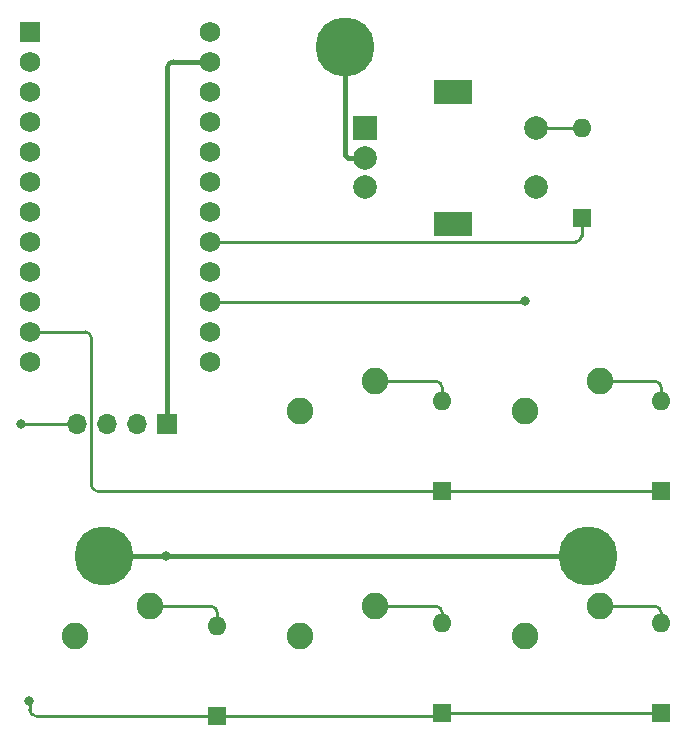
<source format=gbr>
%TF.GenerationSoftware,KiCad,Pcbnew,(6.0.0-rc1-291-g863699f2d1)*%
%TF.CreationDate,2021-12-02T17:31:09-06:00*%
%TF.ProjectId,Kinetic.Pad,4b696e65-7469-4632-9e50-61642e6b6963,rev?*%
%TF.SameCoordinates,Original*%
%TF.FileFunction,Copper,L2,Bot*%
%TF.FilePolarity,Positive*%
%FSLAX46Y46*%
G04 Gerber Fmt 4.6, Leading zero omitted, Abs format (unit mm)*
G04 Created by KiCad (PCBNEW (6.0.0-rc1-291-g863699f2d1)) date 2021-12-02 17:31:09*
%MOMM*%
%LPD*%
G01*
G04 APERTURE LIST*
%TA.AperFunction,ComponentPad*%
%ADD10C,2.250000*%
%TD*%
%TA.AperFunction,WasherPad*%
%ADD11R,3.200000X2.000000*%
%TD*%
%TA.AperFunction,ComponentPad*%
%ADD12R,2.000000X2.000000*%
%TD*%
%TA.AperFunction,ComponentPad*%
%ADD13C,2.000000*%
%TD*%
%TA.AperFunction,ComponentPad*%
%ADD14R,1.700000X1.700000*%
%TD*%
%TA.AperFunction,ComponentPad*%
%ADD15O,1.700000X1.700000*%
%TD*%
%TA.AperFunction,ComponentPad*%
%ADD16R,1.752600X1.752600*%
%TD*%
%TA.AperFunction,ComponentPad*%
%ADD17C,1.752600*%
%TD*%
%TA.AperFunction,ComponentPad*%
%ADD18C,5.000000*%
%TD*%
%TA.AperFunction,ComponentPad*%
%ADD19R,1.600000X1.600000*%
%TD*%
%TA.AperFunction,ComponentPad*%
%ADD20O,1.600000X1.600000*%
%TD*%
%TA.AperFunction,ViaPad*%
%ADD21C,0.800000*%
%TD*%
%TA.AperFunction,Conductor*%
%ADD22C,0.250000*%
%TD*%
%TA.AperFunction,Conductor*%
%ADD23C,0.381000*%
%TD*%
G04 APERTURE END LIST*
D10*
%TO.P,MX3,1,COL*%
%TO.N,C2*%
X233680000Y-73660000D03*
%TO.P,MX3,2,ROW*%
%TO.N,Net-(D6-Pad2)*%
X240030000Y-71120000D03*
%TD*%
%TO.P,MX4,1,COL*%
%TO.N,C3*%
X252730000Y-54610000D03*
%TO.P,MX4,2,ROW*%
%TO.N,Net-(D8-Pad2)*%
X259080000Y-52070000D03*
%TD*%
D11*
%TO.P,SW1,*%
%TO.N,*%
X246684800Y-38747000D03*
X246684800Y-27547000D03*
D12*
%TO.P,SW1,A,A*%
%TO.N,A*%
X239184800Y-30647000D03*
D13*
%TO.P,SW1,B,B*%
%TO.N,B*%
X239184800Y-35647000D03*
%TO.P,SW1,C,C*%
%TO.N,GND*%
X239184800Y-33147000D03*
%TO.P,SW1,S1,S1*%
%TO.N,C3*%
X253684800Y-35647000D03*
%TO.P,SW1,S2,S2*%
%TO.N,Net-(D7-Pad2)*%
X253684800Y-30647000D03*
%TD*%
D10*
%TO.P,MX2,1,COL*%
%TO.N,C2*%
X233680000Y-54610000D03*
%TO.P,MX2,2,ROW*%
%TO.N,Net-(D5-Pad2)*%
X240030000Y-52070000D03*
%TD*%
%TO.P,MX5,1,COL*%
%TO.N,C3*%
X252730000Y-73660000D03*
%TO.P,MX5,2,ROW*%
%TO.N,Net-(D9-Pad2)*%
X259080000Y-71120000D03*
%TD*%
D14*
%TO.P,OLED,1,GND*%
%TO.N,GND*%
X222473000Y-55677000D03*
D15*
%TO.P,OLED,2,VCC*%
%TO.N,+5V*%
X219933000Y-55677000D03*
%TO.P,OLED,3,SCL*%
%TO.N,SCL*%
X217393000Y-55677000D03*
%TO.P,OLED,4,SDA*%
%TO.N,SDA*%
X214853000Y-55677000D03*
%TD*%
D16*
%TO.P,U1,1,TX*%
%TO.N,unconnected-(U1-Pad1)*%
X210820000Y-22479000D03*
D17*
%TO.P,U1,2,RX*%
%TO.N,unconnected-(U1-Pad2)*%
X210820000Y-25019000D03*
%TO.P,U1,3,GND*%
%TO.N,GND*%
X210820000Y-27559000D03*
%TO.P,U1,4,GND*%
X210820000Y-30099000D03*
%TO.P,U1,5,SDA*%
%TO.N,SDA*%
X210820000Y-32639000D03*
%TO.P,U1,6,SCL*%
%TO.N,SCL*%
X210820000Y-35179000D03*
%TO.P,U1,7,D4*%
%TO.N,DIN*%
X210820000Y-37719000D03*
%TO.P,U1,8,C6*%
%TO.N,unconnected-(U1-Pad8)*%
X210820000Y-40259000D03*
%TO.P,U1,9,D7*%
%TO.N,unconnected-(U1-Pad9)*%
X210820000Y-42799000D03*
%TO.P,U1,10,E6*%
%TO.N,unconnected-(U1-Pad10)*%
X210820000Y-45339000D03*
%TO.P,U1,11,B4*%
%TO.N,R2*%
X210820000Y-47879000D03*
%TO.P,U1,12,B5*%
%TO.N,R3*%
X210820000Y-50419000D03*
%TO.P,U1,13,B6*%
%TO.N,C1*%
X226060000Y-50419000D03*
%TO.P,U1,14,B2*%
%TO.N,C2*%
X226060000Y-47879000D03*
%TO.P,U1,15,B3*%
%TO.N,C3*%
X226060000Y-45339000D03*
%TO.P,U1,16,B1*%
%TO.N,unconnected-(U1-Pad16)*%
X226060000Y-42799000D03*
%TO.P,U1,17,F7*%
%TO.N,R1*%
X226060000Y-40259000D03*
%TO.P,U1,18,F6*%
%TO.N,unconnected-(U1-Pad18)*%
X226060000Y-37719000D03*
%TO.P,U1,19,F5*%
%TO.N,B*%
X226060000Y-35179000D03*
%TO.P,U1,20,F4*%
%TO.N,A*%
X226060000Y-32639000D03*
%TO.P,U1,21,VCC*%
%TO.N,+5V*%
X226060000Y-30099000D03*
%TO.P,U1,22,RST*%
%TO.N,unconnected-(U1-Pad22)*%
X226060000Y-27559000D03*
%TO.P,U1,23,GND*%
%TO.N,GND*%
X226060000Y-25019000D03*
%TO.P,U1,24,RAW*%
%TO.N,unconnected-(U1-Pad24)*%
X226060000Y-22479000D03*
%TD*%
D10*
%TO.P,MX1,1,COL*%
%TO.N,C1*%
X214630000Y-73660000D03*
%TO.P,MX1,2,ROW*%
%TO.N,Net-(D3-Pad2)*%
X220980000Y-71120000D03*
%TD*%
D18*
%TO.P,H1,1,1*%
%TO.N,GND*%
X237490000Y-23749000D03*
%TD*%
%TO.P,H2,1,1*%
%TO.N,GND*%
X217106500Y-66865500D03*
%TD*%
%TO.P,H3,1,1*%
%TO.N,GND*%
X258127500Y-66865500D03*
%TD*%
D19*
%TO.P,D3,1,K*%
%TO.N,R3*%
X226695000Y-80391000D03*
D20*
%TO.P,D3,2,A*%
%TO.N,Net-(D3-Pad2)*%
X226695000Y-72771000D03*
%TD*%
D19*
%TO.P,D5,1,K*%
%TO.N,R2*%
X245745000Y-61341000D03*
D20*
%TO.P,D5,2,A*%
%TO.N,Net-(D5-Pad2)*%
X245745000Y-53721000D03*
%TD*%
D19*
%TO.P,D6,1,K*%
%TO.N,R3*%
X245745000Y-80137000D03*
D20*
%TO.P,D6,2,A*%
%TO.N,Net-(D6-Pad2)*%
X245745000Y-72517000D03*
%TD*%
D19*
%TO.P,D8,1,K*%
%TO.N,R2*%
X264287000Y-61341000D03*
D20*
%TO.P,D8,2,A*%
%TO.N,Net-(D8-Pad2)*%
X264287000Y-53721000D03*
%TD*%
D19*
%TO.P,D7,1,K*%
%TO.N,R1*%
X257556000Y-38277800D03*
D20*
%TO.P,D7,2,A*%
%TO.N,Net-(D7-Pad2)*%
X257556000Y-30657800D03*
%TD*%
D19*
%TO.P,D9,1,K*%
%TO.N,R3*%
X264287000Y-80137000D03*
D20*
%TO.P,D9,2,A*%
%TO.N,Net-(D9-Pad2)*%
X264287000Y-72517000D03*
%TD*%
D21*
%TO.N,SDA*%
X210095500Y-55650000D03*
%TO.N,GND*%
X222395500Y-66865500D03*
%TO.N,R3*%
X210800000Y-79100000D03*
%TO.N,C3*%
X252730000Y-45240000D03*
%TD*%
D22*
%TO.N,SDA*%
X210122500Y-55677000D02*
X210095500Y-55650000D01*
X214853000Y-55677000D02*
X210122500Y-55677000D01*
D23*
%TO.N,GND*%
X237770587Y-33147000D02*
X237490000Y-32866413D01*
X222473000Y-55677000D02*
X222473000Y-25519000D01*
X237490000Y-32866413D02*
X237490000Y-23749000D01*
X239184800Y-33147000D02*
X237770587Y-33147000D01*
X217106500Y-66865500D02*
X222395500Y-66865500D01*
X222973000Y-25019000D02*
X226060000Y-25019000D01*
X222395500Y-66865500D02*
X258127500Y-66865500D01*
X222973000Y-25019000D02*
G75*
G03*
X222473000Y-25519000I1J-500001D01*
G01*
D22*
%TO.N,Net-(D3-Pad2)*%
X220980000Y-71120000D02*
X226195000Y-71120000D01*
X226695000Y-71620000D02*
X226695000Y-72771000D01*
X226195000Y-71120000D02*
G75*
G02*
X226695000Y-71620000I-1J-500001D01*
G01*
%TO.N,R3*%
X210820000Y-79120000D02*
X210800000Y-79100000D01*
X210820000Y-79891000D02*
X210820000Y-79120000D01*
X245745000Y-80137000D02*
X264287000Y-80137000D01*
X226695000Y-80391000D02*
X211320000Y-80391000D01*
X226695000Y-80391000D02*
X245491000Y-80391000D01*
X245491000Y-80391000D02*
X245745000Y-80137000D01*
X211320000Y-80391000D02*
G75*
G02*
X210820000Y-79891000I1J500001D01*
G01*
%TO.N,Net-(D5-Pad2)*%
X240030000Y-52070000D02*
X245245000Y-52070000D01*
X245745000Y-52570000D02*
X245745000Y-53721000D01*
X245745000Y-52570000D02*
G75*
G03*
X245245000Y-52070000I-500001J-1D01*
G01*
%TO.N,R2*%
X216527511Y-61341000D02*
X245745000Y-61341000D01*
X216027511Y-48379000D02*
X216027511Y-60841000D01*
X210820000Y-47879000D02*
X215527511Y-47879000D01*
X245745000Y-61341000D02*
X264287000Y-61341000D01*
X215527511Y-47879000D02*
G75*
G02*
X216027511Y-48379000I-1J-500001D01*
G01*
X216527511Y-61341000D02*
G75*
G02*
X216027511Y-60841000I1J500001D01*
G01*
%TO.N,Net-(D6-Pad2)*%
X240030000Y-71120000D02*
X245245000Y-71120000D01*
X245745000Y-71620000D02*
X245745000Y-72517000D01*
X245745000Y-71620000D02*
G75*
G03*
X245245000Y-71120000I-500001J-1D01*
G01*
%TO.N,Net-(D7-Pad2)*%
X253684800Y-30647000D02*
X257545200Y-30647000D01*
X257545200Y-30647000D02*
X257556000Y-30657800D01*
%TO.N,R1*%
X257556000Y-38277800D02*
X257556000Y-39759000D01*
X257056000Y-40259000D02*
X226060000Y-40259000D01*
X257056000Y-40259000D02*
G75*
G03*
X257556000Y-39759000I-1J500001D01*
G01*
%TO.N,Net-(D8-Pad2)*%
X264287000Y-52570000D02*
X264287000Y-53721000D01*
X259080000Y-52070000D02*
X263787000Y-52070000D01*
X263787000Y-52070000D02*
G75*
G02*
X264287000Y-52570000I-1J-500001D01*
G01*
%TO.N,Net-(D9-Pad2)*%
X264287000Y-71620000D02*
X264287000Y-72517000D01*
X259080000Y-71120000D02*
X263787000Y-71120000D01*
X264287000Y-71620000D02*
G75*
G03*
X263787000Y-71120000I-500001J-1D01*
G01*
%TO.N,C3*%
X226060000Y-45339000D02*
X252631000Y-45339000D01*
X252631000Y-45339000D02*
X252730000Y-45240000D01*
%TD*%
M02*

</source>
